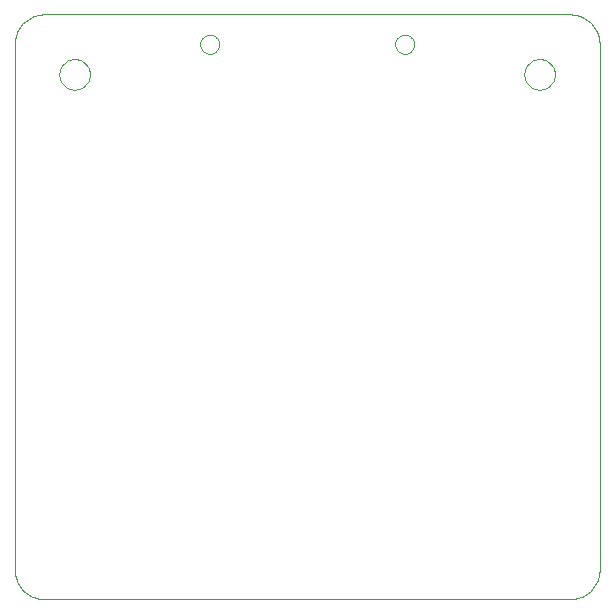
<source format=gtp>
G75*
G70*
%OFA0B0*%
%FSLAX24Y24*%
%IPPOS*%
%LPD*%
%AMOC8*
5,1,8,0,0,1.08239X$1,22.5*
%
%ADD10C,0.0000*%
D10*
X000655Y001655D02*
X000655Y019155D01*
X000657Y019215D01*
X000662Y019276D01*
X000671Y019335D01*
X000684Y019394D01*
X000700Y019453D01*
X000720Y019510D01*
X000743Y019565D01*
X000770Y019620D01*
X000799Y019672D01*
X000832Y019723D01*
X000868Y019772D01*
X000906Y019818D01*
X000948Y019862D01*
X000992Y019904D01*
X001038Y019942D01*
X001087Y019978D01*
X001138Y020011D01*
X001190Y020040D01*
X001245Y020067D01*
X001300Y020090D01*
X001357Y020110D01*
X001416Y020126D01*
X001475Y020139D01*
X001534Y020148D01*
X001595Y020153D01*
X001655Y020155D01*
X019155Y020155D01*
X019215Y020153D01*
X019276Y020148D01*
X019335Y020139D01*
X019394Y020126D01*
X019453Y020110D01*
X019510Y020090D01*
X019565Y020067D01*
X019620Y020040D01*
X019672Y020011D01*
X019723Y019978D01*
X019772Y019942D01*
X019818Y019904D01*
X019862Y019862D01*
X019904Y019818D01*
X019942Y019772D01*
X019978Y019723D01*
X020011Y019672D01*
X020040Y019620D01*
X020067Y019565D01*
X020090Y019510D01*
X020110Y019453D01*
X020126Y019394D01*
X020139Y019335D01*
X020148Y019276D01*
X020153Y019215D01*
X020155Y019155D01*
X020155Y001655D01*
X020153Y001595D01*
X020148Y001534D01*
X020139Y001475D01*
X020126Y001416D01*
X020110Y001357D01*
X020090Y001300D01*
X020067Y001245D01*
X020040Y001190D01*
X020011Y001138D01*
X019978Y001087D01*
X019942Y001038D01*
X019904Y000992D01*
X019862Y000948D01*
X019818Y000906D01*
X019772Y000868D01*
X019723Y000832D01*
X019672Y000799D01*
X019620Y000770D01*
X019565Y000743D01*
X019510Y000720D01*
X019453Y000700D01*
X019394Y000684D01*
X019335Y000671D01*
X019276Y000662D01*
X019215Y000657D01*
X019155Y000655D01*
X001655Y000655D01*
X001595Y000657D01*
X001534Y000662D01*
X001475Y000671D01*
X001416Y000684D01*
X001357Y000700D01*
X001300Y000720D01*
X001245Y000743D01*
X001190Y000770D01*
X001138Y000799D01*
X001087Y000832D01*
X001038Y000868D01*
X000992Y000906D01*
X000948Y000948D01*
X000906Y000992D01*
X000868Y001038D01*
X000832Y001087D01*
X000799Y001138D01*
X000770Y001190D01*
X000743Y001245D01*
X000720Y001300D01*
X000700Y001357D01*
X000684Y001416D01*
X000671Y001475D01*
X000662Y001534D01*
X000657Y001595D01*
X000655Y001655D01*
X002143Y018155D02*
X002145Y018200D01*
X002151Y018244D01*
X002160Y018288D01*
X002174Y018330D01*
X002191Y018371D01*
X002212Y018411D01*
X002236Y018449D01*
X002263Y018484D01*
X002293Y018517D01*
X002326Y018547D01*
X002361Y018574D01*
X002399Y018598D01*
X002439Y018619D01*
X002480Y018636D01*
X002522Y018650D01*
X002566Y018659D01*
X002610Y018665D01*
X002655Y018667D01*
X002700Y018665D01*
X002744Y018659D01*
X002788Y018650D01*
X002830Y018636D01*
X002871Y018619D01*
X002911Y018598D01*
X002949Y018574D01*
X002984Y018547D01*
X003017Y018517D01*
X003047Y018484D01*
X003074Y018449D01*
X003098Y018411D01*
X003119Y018371D01*
X003136Y018330D01*
X003150Y018288D01*
X003159Y018244D01*
X003165Y018200D01*
X003167Y018155D01*
X003165Y018110D01*
X003159Y018066D01*
X003150Y018022D01*
X003136Y017980D01*
X003119Y017939D01*
X003098Y017899D01*
X003074Y017861D01*
X003047Y017826D01*
X003017Y017793D01*
X002984Y017763D01*
X002949Y017736D01*
X002911Y017712D01*
X002871Y017691D01*
X002830Y017674D01*
X002788Y017660D01*
X002744Y017651D01*
X002700Y017645D01*
X002655Y017643D01*
X002610Y017645D01*
X002566Y017651D01*
X002522Y017660D01*
X002480Y017674D01*
X002439Y017691D01*
X002399Y017712D01*
X002361Y017736D01*
X002326Y017763D01*
X002293Y017793D01*
X002263Y017826D01*
X002236Y017861D01*
X002212Y017899D01*
X002191Y017939D01*
X002174Y017980D01*
X002160Y018022D01*
X002151Y018066D01*
X002145Y018110D01*
X002143Y018155D01*
X006840Y019155D02*
X006842Y019190D01*
X006848Y019225D01*
X006858Y019259D01*
X006871Y019292D01*
X006888Y019323D01*
X006909Y019351D01*
X006932Y019378D01*
X006959Y019401D01*
X006987Y019422D01*
X007018Y019439D01*
X007051Y019452D01*
X007085Y019462D01*
X007120Y019468D01*
X007155Y019470D01*
X007190Y019468D01*
X007225Y019462D01*
X007259Y019452D01*
X007292Y019439D01*
X007323Y019422D01*
X007351Y019401D01*
X007378Y019378D01*
X007401Y019351D01*
X007422Y019323D01*
X007439Y019292D01*
X007452Y019259D01*
X007462Y019225D01*
X007468Y019190D01*
X007470Y019155D01*
X007468Y019120D01*
X007462Y019085D01*
X007452Y019051D01*
X007439Y019018D01*
X007422Y018987D01*
X007401Y018959D01*
X007378Y018932D01*
X007351Y018909D01*
X007323Y018888D01*
X007292Y018871D01*
X007259Y018858D01*
X007225Y018848D01*
X007190Y018842D01*
X007155Y018840D01*
X007120Y018842D01*
X007085Y018848D01*
X007051Y018858D01*
X007018Y018871D01*
X006987Y018888D01*
X006959Y018909D01*
X006932Y018932D01*
X006909Y018959D01*
X006888Y018987D01*
X006871Y019018D01*
X006858Y019051D01*
X006848Y019085D01*
X006842Y019120D01*
X006840Y019155D01*
X013340Y019155D02*
X013342Y019190D01*
X013348Y019225D01*
X013358Y019259D01*
X013371Y019292D01*
X013388Y019323D01*
X013409Y019351D01*
X013432Y019378D01*
X013459Y019401D01*
X013487Y019422D01*
X013518Y019439D01*
X013551Y019452D01*
X013585Y019462D01*
X013620Y019468D01*
X013655Y019470D01*
X013690Y019468D01*
X013725Y019462D01*
X013759Y019452D01*
X013792Y019439D01*
X013823Y019422D01*
X013851Y019401D01*
X013878Y019378D01*
X013901Y019351D01*
X013922Y019323D01*
X013939Y019292D01*
X013952Y019259D01*
X013962Y019225D01*
X013968Y019190D01*
X013970Y019155D01*
X013968Y019120D01*
X013962Y019085D01*
X013952Y019051D01*
X013939Y019018D01*
X013922Y018987D01*
X013901Y018959D01*
X013878Y018932D01*
X013851Y018909D01*
X013823Y018888D01*
X013792Y018871D01*
X013759Y018858D01*
X013725Y018848D01*
X013690Y018842D01*
X013655Y018840D01*
X013620Y018842D01*
X013585Y018848D01*
X013551Y018858D01*
X013518Y018871D01*
X013487Y018888D01*
X013459Y018909D01*
X013432Y018932D01*
X013409Y018959D01*
X013388Y018987D01*
X013371Y019018D01*
X013358Y019051D01*
X013348Y019085D01*
X013342Y019120D01*
X013340Y019155D01*
X017643Y018155D02*
X017645Y018200D01*
X017651Y018244D01*
X017660Y018288D01*
X017674Y018330D01*
X017691Y018371D01*
X017712Y018411D01*
X017736Y018449D01*
X017763Y018484D01*
X017793Y018517D01*
X017826Y018547D01*
X017861Y018574D01*
X017899Y018598D01*
X017939Y018619D01*
X017980Y018636D01*
X018022Y018650D01*
X018066Y018659D01*
X018110Y018665D01*
X018155Y018667D01*
X018200Y018665D01*
X018244Y018659D01*
X018288Y018650D01*
X018330Y018636D01*
X018371Y018619D01*
X018411Y018598D01*
X018449Y018574D01*
X018484Y018547D01*
X018517Y018517D01*
X018547Y018484D01*
X018574Y018449D01*
X018598Y018411D01*
X018619Y018371D01*
X018636Y018330D01*
X018650Y018288D01*
X018659Y018244D01*
X018665Y018200D01*
X018667Y018155D01*
X018665Y018110D01*
X018659Y018066D01*
X018650Y018022D01*
X018636Y017980D01*
X018619Y017939D01*
X018598Y017899D01*
X018574Y017861D01*
X018547Y017826D01*
X018517Y017793D01*
X018484Y017763D01*
X018449Y017736D01*
X018411Y017712D01*
X018371Y017691D01*
X018330Y017674D01*
X018288Y017660D01*
X018244Y017651D01*
X018200Y017645D01*
X018155Y017643D01*
X018110Y017645D01*
X018066Y017651D01*
X018022Y017660D01*
X017980Y017674D01*
X017939Y017691D01*
X017899Y017712D01*
X017861Y017736D01*
X017826Y017763D01*
X017793Y017793D01*
X017763Y017826D01*
X017736Y017861D01*
X017712Y017899D01*
X017691Y017939D01*
X017674Y017980D01*
X017660Y018022D01*
X017651Y018066D01*
X017645Y018110D01*
X017643Y018155D01*
M02*

</source>
